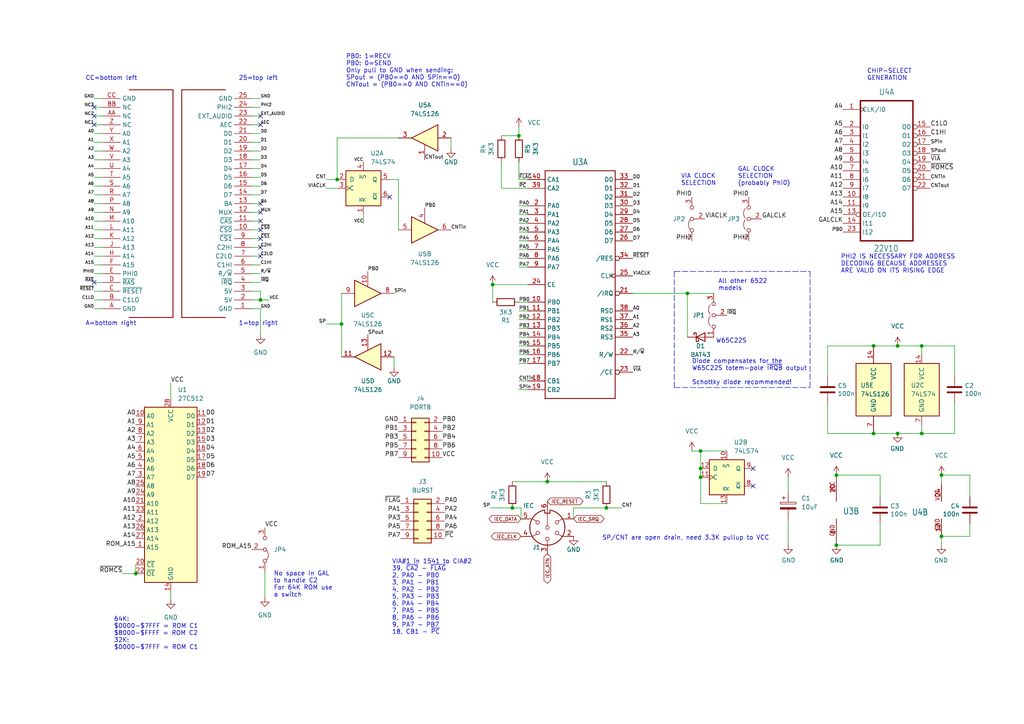
<source format=kicad_sch>
(kicad_sch (version 20211123) (generator eeschema)
  (paper "A4")
  (title_block (title "BurstCart+4") (date "2025-05-05") (rev "1.1") (company "YTM Enterprises") (comment 1 "Maciej Witkowiak <ytm@elysium.pl>"))
  (lib_symbols
    (symbol "74xx:74LS126" (pin_names (offset 1.016))
      (property "Reference" "U" (at 0 1.27 0))
      (property "Value" "74LS126" (at 0 -1.27 0))
      (symbol "74LS126_1_0"
        (pin input line (at 0 -6.35 90) (length 4.445) (name "~") (number "1"))
        (pin input line (at -7.62 0 0) (length 3.81) (name "~") (number "2"))
        (pin tri_state line (at 7.62 0 180) (length 3.81) (name "~") (number "3"))
      )
      (symbol "74LS126_2_0"
        (pin input line (at 0 -6.35 90) (length 4.445) (name "~") (number "4"))
        (pin input line (at -7.62 0 0) (length 3.81) (name "~") (number "5"))
        (pin tri_state line (at 7.62 0 180) (length 3.81) (name "~") (number "6"))
      )
      (symbol "74LS126_3_0"
        (pin input line (at 0 -6.35 90) (length 4.445) (name "~") (number "10"))
        (pin tri_state line (at 7.62 0 180) (length 3.81) (name "~") (number "8"))
        (pin input line (at -7.62 0 0) (length 3.81) (name "~") (number "9"))
      )
      (symbol "74LS126_4_0"
        (pin tri_state line (at 7.62 0 180) (length 3.81) (name "~") (number "11"))
        (pin input line (at -7.62 0 0) (length 3.81) (name "~") (number "12"))
        (pin input line (at 0 -6.35 90) (length 4.445) (name "~") (number "13"))
      )
      (symbol "74LS126_5_0"
        (pin power_in line (at 0 12.7 270) (length 5.08) (name "VCC") (number "14"))
        (pin power_in line (at 0 -12.7 90) (length 5.08) (name "GND") (number "7"))
      )
    )
    (symbol "74xx:74LS74" (pin_names (offset 1.016))
      (property "Reference" "U" (at -7.62 8.89 0))
      (property "Value" "74LS74" (at -7.62 -8.89 0))
      (symbol "74LS74_1_0"
        (pin input line (at 0 -7.62 90) (length 2.54) (name "~{R}") (number "1"))
        (pin input line (at -7.62 2.54 0) (length 2.54) (name "D") (number "2"))
        (pin input clock (at -7.62 0 0) (length 2.54) (name "C") (number "3"))
        (pin input line (at 0 7.62 270) (length 2.54) (name "~{S}") (number "4"))
        (pin output line (at 7.62 2.54 180) (length 2.54) (name "Q") (number "5"))
        (pin output line (at 7.62 -2.54 180) (length 2.54) (name "~{Q}") (number "6"))
      )
      (symbol "74LS74_2_0"
        (pin input line (at 0 7.62 270) (length 2.54) (name "~{S}") (number "10"))
        (pin input clock (at -7.62 0 0) (length 2.54) (name "C") (number "11"))
        (pin input line (at -7.62 2.54 0) (length 2.54) (name "D") (number "12"))
        (pin input line (at 0 -7.62 90) (length 2.54) (name "~{R}") (number "13"))
        (pin output line (at 7.62 -2.54 180) (length 2.54) (name "~{Q}") (number "8"))
        (pin output line (at 7.62 2.54 180) (length 2.54) (name "Q") (number "9"))
      )
      (symbol "74LS74_3_0"
        (pin power_in line (at 0 10.16 270) (length 2.54) (name "VCC") (number "14"))
        (pin power_in line (at 0 -10.16 90) (length 2.54) (name "GND") (number "7"))
      )
    )
    (symbol "Connector:DIN-6" (pin_names (offset 1.016))
      (property "Reference" "J" (at 3.175 5.715 0))
      (property "Value" "DIN-6" (at 4.445 -4.445 0))
      (symbol "DIN-6_1_1"
        (pin passive line (at -7.62 -2.54 0) (length 2.54) (name "~") (number "1"))
        (pin passive line (at -7.62 2.54 0) (length 2.54) (name "~") (number "2"))
        (pin passive line (at 0 7.62 270) (length 2.54) (name "~") (number "3"))
        (pin passive line (at 7.62 2.54 180) (length 2.54) (name "~") (number "4"))
        (pin passive line (at 7.62 -2.54 180) (length 2.54) (name "~") (number "5"))
        (pin passive line (at 0 -7.62 90) (length 2.54) (name "~") (number "6"))
      )
    )
    (symbol "Connector_Generic:Conn_02x05_Odd_Even" (pin_names (offset 1.016) hide)
      (property "Reference" "J" (at 1.27 7.62 0))
      (property "Value" "Conn_02x05_Odd_Even" (at 1.27 -7.62 0))
      (symbol "Conn_02x05_Odd_Even_1_1"
        (pin passive line (at -5.08 5.08 0) (length 3.81) (name "Pin_1") (number "1"))
        (pin passive line (at 7.62 -5.08 180) (length 3.81) (name "Pin_10") (number "10"))
        (pin passive line (at 7.62 5.08 180) (length 3.81) (name "Pin_2") (number "2"))
        (pin passive line (at -5.08 2.54 0) (length 3.81) (name "Pin_3") (number "3"))
        (pin passive line (at 7.62 2.54 180) (length 3.81) (name "Pin_4") (number "4"))
        (pin passive line (at -5.08 0 0) (length 3.81) (name "Pin_5") (number "5"))
        (pin passive line (at 7.62 0 180) (length 3.81) (name "Pin_6") (number "6"))
        (pin passive line (at -5.08 -2.54 0) (length 3.81) (name "Pin_7") (number "7"))
        (pin passive line (at 7.62 -2.54 180) (length 3.81) (name "Pin_8") (number "8"))
        (pin passive line (at -5.08 -5.08 0) (length 3.81) (name "Pin_9") (number "9"))
      )
    )
    (symbol "Device:C" (pin_numbers hide) (pin_names (offset 0.254))
      (property "Reference" "C" (at 0.635 2.54 0))
      (property "Value" "C" (at 0.635 -2.54 0))
      (symbol "C_1_1"
        (pin passive line (at 0 3.81 270) (length 2.794) (name "~") (number "1"))
        (pin passive line (at 0 -3.81 90) (length 2.794) (name "~") (number "2"))
      )
    )
    (symbol "Device:C_Polarized" (pin_numbers hide) (pin_names (offset 0.254))
      (property "Reference" "C" (at 0.635 2.54 0))
      (property "Value" "C_Polarized" (at 0.635 -2.54 0))
      (symbol "C_Polarized_1_1"
        (pin passive line (at 0 3.81 270) (length 2.794) (name "~") (number "1"))
        (pin passive line (at 0 -3.81 90) (length 2.794) (name "~") (number "2"))
      )
    )
    (symbol "Device:R" (pin_numbers hide) (pin_names (offset 0))
      (property "Reference" "R" (at 2.032 0 90))
      (property "Value" "R" (at 0 0 90))
      (symbol "R_1_1"
        (pin passive line (at 0 3.81 270) (length 1.27) (name "~") (number "1"))
        (pin passive line (at 0 -3.81 90) (length 1.27) (name "~") (number "2"))
      )
    )
    (symbol "Diode:BAT43" (pin_numbers hide) (pin_names (offset 1.016) hide)
      (property "Reference" "D" (at 0 2.54 0))
      (property "Value" "BAT43" (at 0 -2.54 0))
      (symbol "BAT43_1_1"
        (pin passive line (at -3.81 0 0) (length 2.54) (name "K") (number "1"))
        (pin passive line (at 3.81 0 180) (length 2.54) (name "A") (number "2"))
      )
    )
    (symbol "Jumper:Jumper_3_Bridged12" (pin_names (offset 0) hide)
      (property "Reference" "JP" (at -2.54 -2.54 0))
      (property "Value" "Jumper_3_Bridged12" (at 0 2.794 0))
      (symbol "Jumper_3_Bridged12_1_1"
        (pin passive line (at -6.35 0 0) (length 2.54) (name "A") (number "1"))
        (pin passive line (at 0 -3.81 90) (length 2.54) (name "C") (number "2"))
        (pin passive line (at 6.35 0 180) (length 2.54) (name "B") (number "3"))
      )
    )
    (symbol "Jumper:Jumper_3_Open" (pin_names (offset 0) hide)
      (property "Reference" "JP" (at -2.54 -2.54 0))
      (property "Value" "Jumper_3_Open" (at 0 2.794 0))
      (symbol "Jumper_3_Open_1_1"
        (pin passive line (at -6.35 0 0) (length 2.54) (name "A") (number "1"))
        (pin passive line (at 0 -3.81 90) (length 2.54) (name "C") (number "2"))
        (pin passive line (at 6.35 0 180) (length 2.54) (name "B") (number "3"))
      )
    )
    (symbol "Memory_EPROM:27C512"
      (property "Reference" "U" (at -7.62 26.67 0))
      (property "Value" "27C512" (at 2.54 -26.67 0))
      (symbol "27C512_1_1"
        (pin input line (at -10.16 -15.24 0) (length 2.54) (name "A15") (number "1"))
        (pin input line (at -10.16 22.86 0) (length 2.54) (name "A0") (number "10"))
        (pin tri_state line (at 10.16 22.86 180) (length 2.54) (name "D0") (number "11"))
        (pin tri_state line (at 10.16 20.32 180) (length 2.54) (name "D1") (number "12"))
        (pin tri_state line (at 10.16 17.78 180) (length 2.54) (name "D2") (number "13"))
        (pin power_in line (at 0 -27.94 90) (length 2.54) (name "GND") (number "14"))
        (pin tri_state line (at 10.16 15.24 180) (length 2.54) (name "D3") (number "15"))
        (pin tri_state line (at 10.16 12.7 180) (length 2.54) (name "D4") (number "16"))
        (pin tri_state line (at 10.16 10.16 180) (length 2.54) (name "D5") (number "17"))
        (pin tri_state line (at 10.16 7.62 180) (length 2.54) (name "D6") (number "18"))
        (pin tri_state line (at 10.16 5.08 180) (length 2.54) (name "D7") (number "19"))
        (pin input line (at -10.16 -7.62 0) (length 2.54) (name "A12") (number "2"))
        (pin input line (at -10.16 -20.32 0) (length 2.54) (name "~{CE}") (number "20"))
        (pin input line (at -10.16 -2.54 0) (length 2.54) (name "A10") (number "21"))
        (pin input line (at -10.16 -22.86 0) (length 2.54) (name "~{OE}") (number "22"))
        (pin input line (at -10.16 -5.08 0) (length 2.54) (name "A11") (number "23"))
        (pin input line (at -10.16 0 0) (length 2.54) (name "A9") (number "24"))
        (pin input line (at -10.16 2.54 0) (length 2.54) (name "A8") (number "25"))
        (pin input line (at -10.16 -10.16 0) (length 2.54) (name "A13") (number "26"))
        (pin input line (at -10.16 -12.7 0) (length 2.54) (name "A14") (number "27"))
        (pin power_in line (at 0 27.94 270) (length 2.54) (name "VCC") (number "28"))
        (pin input line (at -10.16 5.08 0) (length 2.54) (name "A7") (number "3"))
        (pin input line (at -10.16 7.62 0) (length 2.54) (name "A6") (number "4"))
        (pin input line (at -10.16 10.16 0) (length 2.54) (name "A5") (number "5"))
        (pin input line (at -10.16 12.7 0) (length 2.54) (name "A4") (number "6"))
        (pin input line (at -10.16 15.24 0) (length 2.54) (name "A3") (number "7"))
        (pin input line (at -10.16 17.78 0) (length 2.54) (name "A2") (number "8"))
        (pin input line (at -10.16 20.32 0) (length 2.54) (name "A1") (number "9"))
      )
    )
    (symbol "burstcart:20V8"
      (property "Reference" "IC" (at -0.635 -0.635 0))
      (symbol "20V8_1_0"
        (pin input clock (at -12.7 17.78 0) (length 5.08) (name "CLK/I0") (number "1"))
        (pin input line (at -12.7 -7.62 0) (length 5.08) (name "I8") (number "10"))
        (pin input line (at -12.7 -10.16 0) (length 5.08) (name "I9") (number "11"))
        (pin input inverted (at -12.7 -12.7 0) (length 5.08) (name "OE/I10") (number "13"))
        (pin input line (at -12.7 -15.24 0) (length 5.08) (name "I11") (number "14"))
        (pin bidirectional inverted (at 12.7 12.7 180) (length 5.08) (name "O0") (number "15"))
        (pin bidirectional inverted (at 12.7 10.16 180) (length 5.08) (name "O1") (number "16"))
        (pin bidirectional inverted (at 12.7 7.62 180) (length 5.08) (name "O2") (number "17"))
        (pin bidirectional inverted (at 12.7 5.08 180) (length 5.08) (name "O3") (number "18"))
        (pin bidirectional inverted (at 12.7 2.54 180) (length 5.08) (name "O4") (number "19"))
        (pin input line (at -12.7 12.7 0) (length 5.08) (name "I0") (number "2"))
        (pin bidirectional inverted (at 12.7 0 180) (length 5.08) (name "O5") (number "20"))
        (pin bidirectional inverted (at 12.7 -2.54 180) (length 5.08) (name "O6") (number "21"))
        (pin bidirectional inverted (at 12.7 -5.08 180) (length 5.08) (name "O7") (number "22"))
        (pin input line (at -12.7 -17.78 0) (length 5.08) (name "I12") (number "23"))
        (pin input line (at -12.7 10.16 0) (length 5.08) (name "I1") (number "3"))
        (pin input line (at -12.7 7.62 0) (length 5.08) (name "I2") (number "4"))
        (pin input line (at -12.7 5.08 0) (length 5.08) (name "I3") (number "5"))
        (pin input line (at -12.7 2.54 0) (length 5.08) (name "I4") (number "6"))
        (pin input line (at -12.7 0 0) (length 5.08) (name "I5") (number "7"))
        (pin input line (at -12.7 -2.54 0) (length 5.08) (name "I6") (number "8"))
        (pin input line (at -12.7 -5.08 0) (length 5.08) (name "I7") (number "9"))
      )
      (symbol "20V8_2_0"
        (text "GND" (at 1.905 -5.842 900) (effects (font (size 1.27 1.0795)) (justify left bottom)))
        (text "VCC" (at 1.905 2.667 900) (effects (font (size 1.27 1.0795)) (justify left bottom)))
        (pin power_in line (at 0 -7.62 90) (length 5.08) (name "GND") (number "12"))
        (pin power_in line (at 0 7.62 270) (length 5.08) (name "VCC") (number "24"))
      )
    )
    (symbol "burstcart:6522"
      (property "Reference" "IC" (at -0.635 -0.635 0))
      (symbol "6522_1_0"
        (pin bidirectional line (at 15.24 -5.08 180) (length 5.08) (name "PB0") (number "10"))
        (pin bidirectional line (at 15.24 -7.62 180) (length 5.08) (name "PB1") (number "11"))
        (pin bidirectional line (at 15.24 -10.16 180) (length 5.08) (name "PB2") (number "12"))
        (pin bidirectional line (at 15.24 -12.7 180) (length 5.08) (name "PB3") (number "13"))
        (pin bidirectional line (at 15.24 -15.24 180) (length 5.08) (name "PB4") (number "14"))
        (pin bidirectional line (at 15.24 -17.78 180) (length 5.08) (name "PB5") (number "15"))
        (pin bidirectional line (at 15.24 -20.32 180) (length 5.08) (name "PB6") (number "16"))
        (pin bidirectional line (at 15.24 -22.86 180) (length 5.08) (name "PB7") (number "17"))
        (pin bidirectional line (at 15.24 -27.94 180) (length 5.08) (name "CB1") (number "18"))
        (pin bidirectional line (at 15.24 -30.48 180) (length 5.08) (name "CB2") (number "19"))
        (pin bidirectional line (at 15.24 22.86 180) (length 5.08) (name "PA0") (number "2"))
        (pin open_collector inverted (at -15.24 -2.54 0) (length 5.08) (name "/IRQ") (number "21"))
        (pin input line (at -15.24 -20.32 0) (length 5.08) (name "R/W") (number "22"))
        (pin input inverted (at -15.24 -25.4 0) (length 5.08) (name "/CE") (number "23"))
        (pin input line (at 15.24 0 180) (length 5.08) (name "CE") (number "24"))
        (pin input clock (at -15.24 2.54 0) (length 5.08) (name "CLK") (number "25"))
        (pin bidirectional line (at -15.24 12.7 0) (length 5.08) (name "D7") (number "26"))
        (pin bidirectional line (at -15.24 15.24 0) (length 5.08) (name "D6") (number "27"))
        (pin bidirectional line (at -15.24 17.78 0) (length 5.08) (name "D5") (number "28"))
        (pin bidirectional line (at -15.24 20.32 0) (length 5.08) (name "D4") (number "29"))
        (pin bidirectional line (at 15.24 20.32 180) (length 5.08) (name "PA1") (number "3"))
        (pin bidirectional line (at -15.24 22.86 0) (length 5.08) (name "D3") (number "30"))
        (pin bidirectional line (at -15.24 25.4 0) (length 5.08) (name "D2") (number "31"))
        (pin bidirectional line (at -15.24 27.94 0) (length 5.08) (name "D1") (number "32"))
        (pin bidirectional line (at -15.24 30.48 0) (length 5.08) (name "D0") (number "33"))
        (pin input inverted (at -15.24 7.62 0) (length 5.08) (name "/RES") (number "34"))
        (pin input line (at -15.24 -15.24 0) (length 5.08) (name "RS3") (number "35"))
        (pin input line (at -15.24 -12.7 0) (length 5.08) (name "RS2") (number "36"))
        (pin input line (at -15.24 -10.16 0) (length 5.08) (name "RS1") (number "37"))
        (pin input line (at -15.24 -7.62 0) (length 5.08) (name "RS0") (number "38"))
        (pin bidirectional line (at 15.24 27.94 180) (length 5.08) (name "CA2") (number "39"))
        (pin bidirectional line (at 15.24 17.78 180) (length 5.08) (name "PA2") (number "4"))
        (pin bidirectional line (at 15.24 30.48 180) (length 5.08) (name "CA1") (number "40"))
        (pin bidirectional line (at 15.24 15.24 180) (length 5.08) (name "PA3") (number "5"))
        (pin bidirectional line (at 15.24 12.7 180) (length 5.08) (name "PA4") (number "6"))
        (pin bidirectional line (at 15.24 10.16 180) (length 5.08) (name "PA5") (number "7"))
        (pin bidirectional line (at 15.24 7.62 180) (length 5.08) (name "PA6") (number "8"))
        (pin bidirectional line (at 15.24 5.08 180) (length 5.08) (name "PA7") (number "9"))
      )
      (symbol "6522_2_0"
        (text "GND" (at 1.905 -7.62 900) (effects (font (size 1.27 1.0795)) (justify left bottom)))
        (text "VCC" (at 1.905 5.08 900) (effects (font (size 1.27 1.0795)) (justify left bottom)))
        (pin power_in line (at 0 -10.16 90) (length 7.62) (name "GND") (number "1"))
        (pin power_in line (at 0 10.16 270) (length 7.62) (name "VCC") (number "20"))
      )
    )
    (symbol "burstcart:C16_CARTRIDGE"
      (symbol "C16_CARTRIDGE_1_0"
        (pin power_out line (at -7.62 -33.02 180) (length 5.08) (name "GND") (number "1"))
        (pin output line (at -7.62 -10.16 180) (length 5.08) (name "~{CS0}") (number "10"))
        (pin output line (at -7.62 -7.62 180) (length 5.08) (name "~{CAS}") (number "11"))
        (pin bidirectional line (at -7.62 -5.08 180) (length 5.08) (name "MUX") (number "12"))
        (pin bidirectional line (at -7.62 -2.54 180) (length 5.08) (name "BA") (number "13"))
        (pin bidirectional line (at -7.62 0 180) (length 5.08) (name "D7") (number "14"))
        (pin bidirectional line (at -7.62 2.54 180) (length 5.08) (name "D6") (number "15"))
        (pin bidirectional line (at -7.62 5.08 180) (length 5.08) (name "D5") (number "16"))
        (pin bidirectional line (at -7.62 7.62 180) (length 5.08) (name "D4") (number "17"))
        (pin bidirectional line (at -7.62 10.16 180) (length 5.08) (name "D3") (number "18"))
        (pin bidirectional line (at -7.62 12.7 180) (length 5.08) (name "D2") (number "19"))
        (pin power_out line (at -7.62 -30.48 180) (length 5.08) (name "5V") (number "2"))
        (pin bidirectional line (at -7.62 15.24 180) (length 5.08) (name "D1") (number "20"))
        (pin bidirectional line (at -7.62 17.78 180) (length 5.08) (name "D0") (number "21"))
        (pin bidirectional line (at -7.62 20.32 180) (length 5.08) (name "AEC") (number "22"))
        (pin input line (at -7.62 22.86 180) (length 5.08) (name "EXT_AUDIO") (number "23"))
        (pin output line (at -7.62 25.4 180) (length 5.08) (name "PHI2") (number "24"))
        (pin power_out line (at -7.62 27.94 180) (length 5.08) (name "GND") (number "25"))
        (pin power_out line (at -7.62 -27.94 180) (length 5.08) (name "5V") (number "3"))
        (pin input line (at -7.62 -25.4 180) (length 5.08) (name "~{IRQ}") (number "4"))
        (pin output line (at -7.62 -22.86 180) (length 5.08) (name "R/~{W}") (number "5"))
        (pin bidirectional line (at -7.62 -20.32 180) (length 5.08) (name "C1HI") (number "6"))
        (pin bidirectional line (at -7.62 -17.78 180) (length 5.08) (name "C2LO") (number "7"))
        (pin bidirectional line (at -7.62 -15.24 180) (length 5.08) (name "C2HI") (number "8"))
        (pin output line (at -7.62 -12.7 180) (length 5.08) (name "~{CS1}") (number "9"))
        (pin power_out line (at -50.8 -33.02 0) (length 5.08) (name "GND") (number "A"))
        (pin passive line (at -50.8 22.86 0) (length 5.08) (name "NC") (number "AA"))
        (pin bidirectional line (at -50.8 -30.48 0) (length 5.08) (name "C1LO") (number "B"))
        (pin passive line (at -50.8 25.4 0) (length 5.08) (name "NC") (number "BB"))
        (pin bidirectional line (at -50.8 -27.94 0) (length 5.08) (name "~{RESET}") (number "C"))
        (pin power_out line (at -50.8 27.94 0) (length 5.08) (name "GND") (number "CC"))
        (pin output line (at -50.8 -25.4 0) (length 5.08) (name "~{RAS}") (number "D"))
        (pin output line (at -50.8 -22.86 0) (length 5.08) (name "PHI0") (number "E"))
        (pin output line (at -50.8 -20.32 0) (length 5.08) (name "A15") (number "F"))
        (pin output line (at -50.8 -17.78 0) (length 5.08) (name "A14") (number "H"))
        (pin output line (at -50.8 -15.24 0) (length 5.08) (name "A13") (number "J"))
        (pin output line (at -50.8 -12.7 0) (length 5.08) (name "A12") (number "K"))
        (pin output line (at -50.8 -10.16 0) (length 5.08) (name "A11") (number "L"))
        (pin output line (at -50.8 -7.62 0) (length 5.08) (name "A10") (number "M"))
        (pin output line (at -50.8 -5.08 0) (length 5.08) (name "A9") (number "N"))
        (pin output line (at -50.8 -2.54 0) (length 5.08) (name "A8") (number "P"))
        (pin output line (at -50.8 0 0) (length 5.08) (name "A7") (number "R"))
        (pin output line (at -50.8 2.54 0) (length 5.08) (name "A6") (number "S"))
        (pin output line (at -50.8 5.08 0) (length 5.08) (name "A5") (number "T"))
        (pin output line (at -50.8 7.62 0) (length 5.08) (name "A4") (number "U"))
        (pin output line (at -50.8 10.16 0) (length 5.08) (name "A3") (number "V"))
        (pin output line (at -50.8 12.7 0) (length 5.08) (name "A2") (number "W"))
        (pin output line (at -50.8 15.24 0) (length 5.08) (name "A1") (number "X"))
        (pin output line (at -50.8 17.78 0) (length 5.08) (name "A0") (number "Y"))
        (pin passive line (at -50.8 20.32 0) (length 5.08) (name "NC") (number "Z"))
      )
    )
    (symbol "power:GND" (power) (pin_names (offset 0))
      (property "Value" "GND" (at 0 -3.81 0))
      (symbol "GND_1_1"
        (pin power_in line (at 0 0 270) (length 0) hide (name "GND") (number "1"))
      )
    )
    (symbol "power:VCC" (power) (pin_names (offset 0))
      (property "Value" "VCC" (at 0 3.81 0))
      (symbol "VCC_1_1"
        (pin power_in line (at 0 0 90) (length 0) hide (name "VCC") (number "1"))
      )
    )
  )
  (junction (at 273.05 155.575))
  (junction (at 253.365 100.33))
  (junction (at 39.37 166.37))
  (junction (at 267.335 100.33))
  (junction (at 175.895 147.32))
  (junction (at 253.365 125.73))
  (junction (at 199.39 85.09))
  (junction (at 148.59 147.32))
  (junction (at 75.565 86.995))
  (junction (at 242.57 158.115))
  (junction (at 260.35 100.33))
  (junction (at 142.875 82.55))
  (junction (at 97.79 52.07))
  (junction (at 203.2 135.89))
  (junction (at 273.05 137.795))
  (junction (at 99.06 93.98))
  (junction (at 267.335 125.73))
  (junction (at 158.75 139.7))
  (junction (at 150.495 39.37))
  (junction (at 203.2 130.81))
  (junction (at 203.2 138.43))
  (junction (at 260.35 125.73))
  (junction (at 242.57 137.795))
  (no_connect (at 75.565 71.755))
  (no_connect (at 75.565 74.295))
  (no_connect (at 27.305 33.655))
  (no_connect (at 75.565 64.135))
  (no_connect (at 218.44 140.97))
  (no_connect (at 218.44 135.89))
  (no_connect (at 75.565 36.195))
  (no_connect (at 75.565 61.595))
  (no_connect (at 75.565 66.675))
  (no_connect (at 27.305 31.115))
  (no_connect (at 27.305 81.915))
  (no_connect (at 75.565 33.655))
  (no_connect (at 75.565 59.055))
  (no_connect (at 27.305 36.195))
  (no_connect (at 113.03 57.15))
  (no_connect (at 75.565 69.215))
  (wire (pts (xy 130.81 40.005) (xy 130.81 43.18)))
  (wire (pts (xy 73.025 66.675) (xy 75.565 66.675)))
  (wire (pts (xy 29.845 69.215) (xy 27.305 69.215)))
  (wire (pts (xy 29.845 51.435) (xy 27.305 51.435)))
  (wire (pts (xy 240.03 116.84) (xy 240.03 125.73)))
  (wire (pts (xy 73.025 74.295) (xy 75.565 74.295)))
  (wire (pts (xy 153.035 95.25) (xy 150.495 95.25)))
  (wire (pts (xy 260.35 125.73) (xy 267.335 125.73)))
  (wire (pts (xy 29.845 71.755) (xy 27.305 71.755)))
  (wire (pts (xy 73.025 53.975) (xy 75.565 53.975)))
  (wire (pts (xy 153.035 100.33) (xy 150.495 100.33)))
  (wire (pts (xy 153.035 92.71) (xy 150.495 92.71)))
  (wire (pts (xy 153.035 52.07) (xy 150.495 52.07)))
  (wire (pts (xy 29.845 59.055) (xy 27.305 59.055)))
  (wire (pts (xy 228.6 150.495) (xy 228.6 158.115)))
  (wire (pts (xy 29.845 74.295) (xy 27.305 74.295)))
  (wire (pts (xy 166.37 147.32) (xy 166.37 150.495)))
  (wire (pts (xy 115.57 52.07) (xy 115.57 66.675)))
  (wire (pts (xy 255.27 137.795) (xy 242.57 137.795)))
  (wire (pts (xy 29.845 38.735) (xy 27.305 38.735)))
  (wire (pts (xy 97.79 40.005) (xy 97.79 52.07)))
  (wire (pts (xy 94.615 52.07) (xy 97.79 52.07)))
  (wire (pts (xy 153.035 77.47) (xy 150.495 77.47)))
  (wire (pts (xy 73.025 31.115) (xy 75.565 31.115)))
  (wire (pts (xy 281.305 144.145) (xy 281.305 137.795)))
  (wire (pts (xy 29.845 89.535) (xy 27.305 89.535)))
  (wire (pts (xy 29.845 46.355) (xy 27.305 46.355)))
  (wire (pts (xy 183.515 85.09) (xy 199.39 85.09)))
  (wire (pts (xy 73.025 76.835) (xy 75.565 76.835)))
  (wire (pts (xy 73.025 43.815) (xy 75.565 43.815)))
  (wire (pts (xy 255.27 158.115) (xy 242.57 158.115)))
  (wire (pts (xy 153.035 110.49) (xy 150.495 110.49)))
  (wire (pts (xy 76.835 165.735) (xy 76.835 173.355)))
  (wire (pts (xy 281.305 155.575) (xy 273.05 155.575)))
  (wire (pts (xy 203.2 130.81) (xy 210.82 130.81)))
  (wire (pts (xy 29.845 53.975) (xy 27.305 53.975)))
  (wire (pts (xy 27.305 33.655) (xy 29.845 33.655)))
  (wire (pts (xy 240.03 100.33) (xy 253.365 100.33)))
  (wire (pts (xy 267.335 102.87) (xy 267.335 100.33)))
  (wire (pts (xy 27.305 31.115) (xy 29.845 31.115)))
  (wire (pts (xy 29.845 84.455) (xy 27.305 84.455)))
  (wire (pts (xy 29.845 48.895) (xy 27.305 48.895)))
  (wire (pts (xy 153.035 105.41) (xy 150.495 105.41)))
  (wire (pts (xy 73.025 48.895) (xy 75.565 48.895)))
  (wire (pts (xy 49.53 171.45) (xy 49.53 173.99)))
  (wire (pts (xy 94.615 93.98) (xy 99.06 93.98)))
  (wire (pts (xy 150.495 39.37) (xy 145.415 39.37)))
  (wire (pts (xy 199.39 85.09) (xy 207.01 85.09)))
  (wire (pts (xy 99.06 93.98) (xy 99.06 103.505)))
  (polyline (pts (xy 195.58 78.74) (xy 234.95 78.74)))
  (wire (pts (xy 166.37 147.32) (xy 175.895 147.32)))
  (wire (pts (xy 281.305 137.795) (xy 273.05 137.795)))
  (wire (pts (xy 73.025 56.515) (xy 75.565 56.515)))
  (wire (pts (xy 150.495 36.83) (xy 150.495 39.37)))
  (polyline (pts (xy 195.58 112.395) (xy 234.95 112.395)))
  (wire (pts (xy 29.845 28.575) (xy 27.305 28.575)))
  (wire (pts (xy 73.025 84.455) (xy 75.565 84.455)))
  (wire (pts (xy 153.035 90.17) (xy 150.495 90.17)))
  (wire (pts (xy 267.335 100.33) (xy 276.86 100.33)))
  (wire (pts (xy 113.03 52.07) (xy 115.57 52.07)))
  (wire (pts (xy 27.305 81.915) (xy 29.845 81.915)))
  (wire (pts (xy 115.57 40.005) (xy 97.79 40.005)))
  (wire (pts (xy 148.59 139.7) (xy 158.75 139.7)))
  (wire (pts (xy 153.035 102.87) (xy 150.495 102.87)))
  (wire (pts (xy 153.035 59.69) (xy 150.495 59.69)))
  (wire (pts (xy 255.27 151.765) (xy 255.27 158.115)))
  (wire (pts (xy 75.565 86.995) (xy 78.105 86.995)))
  (wire (pts (xy 228.6 138.43) (xy 228.6 142.875)))
  (wire (pts (xy 203.2 146.05) (xy 210.82 146.05)))
  (wire (pts (xy 253.365 125.73) (xy 260.35 125.73)))
  (wire (pts (xy 29.845 61.595) (xy 27.305 61.595)))
  (wire (pts (xy 73.025 59.055) (xy 75.565 59.055)))
  (wire (pts (xy 73.025 79.375) (xy 75.565 79.375)))
  (wire (pts (xy 73.025 81.915) (xy 75.565 81.915)))
  (wire (pts (xy 39.37 163.83) (xy 39.37 166.37)))
  (wire (pts (xy 94.615 54.61) (xy 97.79 54.61)))
  (wire (pts (xy 29.845 64.135) (xy 27.305 64.135)))
  (wire (pts (xy 145.415 54.61) (xy 145.415 46.99)))
  (wire (pts (xy 142.24 147.32) (xy 148.59 147.32)))
  (wire (pts (xy 73.025 51.435) (xy 75.565 51.435)))
  (wire (pts (xy 153.035 67.31) (xy 150.495 67.31)))
  (wire (pts (xy 153.035 72.39) (xy 150.495 72.39)))
  (wire (pts (xy 260.35 100.33) (xy 253.365 100.33)))
  (wire (pts (xy 199.39 97.79) (xy 199.39 85.09)))
  (wire (pts (xy 153.035 64.77) (xy 150.495 64.77)))
  (wire (pts (xy 73.025 89.535) (xy 75.565 89.535)))
  (wire (pts (xy 276.86 125.73) (xy 267.335 125.73)))
  (wire (pts (xy 142.875 82.55) (xy 153.035 82.55)))
  (wire (pts (xy 158.75 139.7) (xy 175.895 139.7)))
  (wire (pts (xy 153.035 74.93) (xy 150.495 74.93)))
  (wire (pts (xy 27.305 36.195) (xy 29.845 36.195)))
  (wire (pts (xy 240.03 125.73) (xy 253.365 125.73)))
  (wire (pts (xy 35.56 166.37) (xy 39.37 166.37)))
  (wire (pts (xy 153.035 97.79) (xy 150.495 97.79)))
  (wire (pts (xy 267.335 100.33) (xy 260.35 100.33)))
  (wire (pts (xy 73.025 36.195) (xy 75.565 36.195)))
  (wire (pts (xy 29.845 41.275) (xy 27.305 41.275)))
  (wire (pts (xy 200.66 130.81) (xy 203.2 130.81)))
  (wire (pts (xy 49.53 111.125) (xy 49.53 115.57)))
  (wire (pts (xy 151.13 147.32) (xy 151.13 150.495)))
  (wire (pts (xy 29.845 56.515) (xy 27.305 56.515)))
  (wire (pts (xy 276.86 116.84) (xy 276.86 125.73)))
  (wire (pts (xy 73.025 69.215) (xy 75.565 69.215)))
  (wire (pts (xy 73.025 41.275) (xy 75.565 41.275)))
  (wire (pts (xy 73.025 38.735) (xy 75.565 38.735)))
  (wire (pts (xy 73.025 33.655) (xy 75.565 33.655)))
  (wire (pts (xy 29.845 43.815) (xy 27.305 43.815)))
  (wire (pts (xy 73.025 71.755) (xy 75.565 71.755)))
  (wire (pts (xy 114.3 103.505) (xy 114.3 106.68)))
  (wire (pts (xy 73.025 61.595) (xy 75.565 61.595)))
  (wire (pts (xy 273.05 158.115) (xy 273.05 155.575)))
  (wire (pts (xy 73.025 86.995) (xy 75.565 86.995)))
  (wire (pts (xy 273.05 137.795) (xy 273.05 140.335)))
  (wire (pts (xy 105.41 62.23) (xy 105.41 64.77)))
  (wire (pts (xy 153.035 54.61) (xy 145.415 54.61)))
  (wire (pts (xy 27.305 86.995) (xy 29.845 86.995)))
  (wire (pts (xy 153.035 87.63) (xy 150.495 87.63)))
  (wire (pts (xy 27.305 79.375) (xy 29.845 79.375)))
  (wire (pts (xy 150.495 46.99) (xy 150.495 52.07)))
  (wire (pts (xy 75.565 89.535) (xy 75.565 97.155)))
  (wire (pts (xy 75.565 84.455) (xy 75.565 86.995)))
  (wire (pts (xy 267.335 125.73) (xy 267.335 123.19)))
  (wire (pts (xy 73.025 46.355) (xy 75.565 46.355)))
  (wire (pts (xy 153.035 113.03) (xy 150.495 113.03)))
  (wire (pts (xy 276.86 109.22) (xy 276.86 100.33)))
  (wire (pts (xy 29.845 66.675) (xy 27.305 66.675)))
  (polyline (pts (xy 234.95 112.395) (xy 234.95 78.74)))
  (wire (pts (xy 29.845 76.835) (xy 27.305 76.835)))
  (wire (pts (xy 153.035 69.85) (xy 150.495 69.85)))
  (wire (pts (xy 142.875 82.55) (xy 142.875 87.63)))
  (wire (pts (xy 203.2 130.81) (xy 203.2 135.89)))
  (wire (pts (xy 73.025 64.135) (xy 75.565 64.135)))
  (wire (pts (xy 203.2 135.89) (xy 203.2 138.43)))
  (wire (pts (xy 73.025 28.575) (xy 75.565 28.575)))
  (wire (pts (xy 255.27 144.145) (xy 255.27 137.795)))
  (wire (pts (xy 281.305 151.765) (xy 281.305 155.575)))
  (polyline (pts (xy 195.58 78.74) (xy 195.58 112.395)))
  (wire (pts (xy 203.2 138.43) (xy 203.2 146.05)))
  (wire (pts (xy 240.03 109.22) (xy 240.03 100.33)))
  (wire (pts (xy 153.035 62.23) (xy 150.495 62.23)))
  (wire (pts (xy 148.59 147.32) (xy 151.13 147.32)))
  (wire (pts (xy 175.895 147.32) (xy 180.34 147.32)))
  (wire (pts (xy 99.06 85.09) (xy 99.06 93.98)))
  (text "25=top left" (at 69.215 23.495 0) (effects (font (size 1.27 1.27)) (justify left bottom)))
  (text "Diode compensates for the\nW65C22S totem-pole ~{IRQB} output\n\nSchottky diode recommended!" (at 200.66 111.76 0) (effects (font (size 1.27 1.27)) (justify left bottom)))
  (text "VIA CLOCK\nSELECTION" (at 197.485 53.975 0) (effects (font (size 1.27 1.27)) (justify left bottom)))
  (text "W65C22S" (at 207.645 99.695 0) (effects (font (size 1.27 1.27)) (justify left bottom)))
  (text "A=bottom right" (at 24.765 94.615 0) (effects (font (size 1.27 1.27)) (justify left bottom)))
  (text "SP/CNT are open drain, need 3.3K pullup to VCC" (at 174.625 156.845 0) (effects (font (size 1.27 1.27)) (justify left bottom)))
  (text "VIA#1 in 1541 to CIA#2\n39, ~{CA2} - ~{FLAG}\n2, PA0 - PB0\n3, PA1 - PB1\n4, PA2 - PB2\n5, PA3 - PB3\n6, PA4 - PB4\n7, PA5 - PB5\n8, PA6 - PB6\n9, PA7 - PB7\n18, CB1 - ~{PC}\n" (at 113.665 184.15 0) (effects (font (size 1.27 1.27)) (justify left bottom)))
  (text "PB0: 1=RECV\nPB0: 0=SEND\nOnly pull to GND when sending:\nSPout = (PB0==0 AND SPin==0)\nCNTout = (PB0==0 AND CNTin==0)" (at 100.33 25.4 0) (effects (font (size 1.27 1.27)) (justify left bottom)))
  (text "GAL CLOCK\nSELECTION\n(probably Phi0)" (at 213.995 53.975 0) (effects (font (size 1.27 1.27)) (justify left bottom)))
  (text "CHIP-SELECT\nGENERATION" (at 251.46 23.495 0) (effects (font (size 1.27 1.27)) (justify left bottom)))
  (text "CC=bottom left" (at 24.765 23.495 0) (effects (font (size 1.27 1.27)) (justify left bottom)))
  (text "No space in GAL\nto handle C2\nFor 64K ROM use\na switch" (at 79.375 173.355 0) (effects (font (size 1.27 1.27)) (justify left bottom)))
  (text "All other 6522\nmodels" (at 208.28 84.455 0) (effects (font (size 1.27 1.27)) (justify left bottom)))
  (text "1=top right" (at 69.215 94.615 0) (effects (font (size 1.27 1.27)) (justify left bottom)))
  (text "PHI2 IS NECESSARY FOR ADDRESS\nDECODING BECAUSE ADDRESSES\nARE VALID ON ITS RISING EDGE" (at 243.84 79.375 0) (effects (font (size 1.27 1.27)) (justify left bottom)))
  (text "64K:\n$0000-$7FFF = ROM C1\n$8000-$FFFF = ROM C2\n32K:\n$0000-$7FFF = ROM C1\n" (at 33.02 188.595 0) (effects (font (size 1.27 1.27)) (justify left bottom)))
  (label "A3" (at 27.305 46.355 180) (effects (font (size 0.889 0.889))))
  (label "~{PC}" (at 128.905 156.21 0))
  (label "A13" (at 244.475 57.15 180))
  (label "C1LO" (at 27.305 86.995 180) (effects (font (size 0.889 0.889))))
  (label "PA2" (at 128.905 148.59 0))
  (label "C2LO" (at 75.565 74.295 0) (effects (font (size 0.889 0.889))))
  (label "GND" (at 115.57 122.555 180))
  (label "PA5" (at 150.495 72.39 0) (effects (font (size 1.016 1.016))))
  (label "SPin" (at 269.875 41.91 0) (effects (font (size 1.016 1.016))))
  (label "~{RESET}" (at 27.305 84.455 180) (effects (font (size 0.889 0.889))))
  (label "PB6" (at 150.495 102.87 0) (effects (font (size 1.016 1.016))))
  (label "A12" (at 244.475 54.61 180))
  (label "D3" (at 59.69 128.27 0))
  (label "VCC" (at 76.835 153.035 0))
  (label "A14" (at 244.475 59.69 180))
  (label "CNT" (at 94.615 52.07 180) (effects (font (size 1.016 1.016))))
  (label "VIACLK" (at 204.47 63.5 0))
  (label "A15" (at 244.475 62.23 180))
  (label "CNTin" (at 130.81 66.675 0) (effects (font (size 1.016 1.016))))
  (label "PA0" (at 128.905 146.05 0))
  (label "D1" (at 183.515 54.61 0) (effects (font (size 1.016 1.016))))
  (label "D2" (at 59.69 125.73 0))
  (label "PB3" (at 150.495 95.25 0) (effects (font (size 1.016 1.016))))
  (label "PHI0" (at 217.17 57.15 180))
  (label "VCC" (at 78.105 86.995 0) (effects (font (size 0.889 0.889))))
  (label "A14" (at 39.37 156.21 180))
  (label "PA2" (at 150.495 64.77 0) (effects (font (size 1.016 1.016))))
  (label "A7" (at 39.37 138.43 180))
  (label "PB2" (at 150.495 92.71 0) (effects (font (size 1.016 1.016))))
  (label "PB2" (at 128.27 125.095 0))
  (label "GALCLK" (at 244.475 64.77 180))
  (label "A10" (at 27.305 64.135 180) (effects (font (size 0.889 0.889))))
  (label "CNTout" (at 269.875 54.61 0) (effects (font (size 1.016 1.016))))
  (label "ROM_A15" (at 73.025 159.385 180))
  (label "PB0" (at 150.495 87.63 0) (effects (font (size 1.016 1.016))))
  (label "PB0" (at 128.27 122.555 0))
  (label "PA5" (at 116.205 153.67 180))
  (label "D5" (at 75.565 51.435 0) (effects (font (size 0.889 0.889))))
  (label "PB7" (at 150.495 105.41 0) (effects (font (size 1.016 1.016))))
  (label "PA0" (at 150.495 59.69 0) (effects (font (size 1.016 1.016))))
  (label "A4" (at 244.475 31.75 180))
  (label "D4" (at 59.69 130.81 0))
  (label "AEC" (at 75.565 36.195 0) (effects (font (size 0.889 0.889))))
  (label "C2HI" (at 75.565 71.755 0) (effects (font (size 0.889 0.889))))
  (label "A4" (at 39.37 130.81 180))
  (label "PB3" (at 115.57 127.635 180))
  (label "A2" (at 27.305 43.815 180) (effects (font (size 0.889 0.889))))
  (label "PB1" (at 115.57 125.095 180))
  (label "A7" (at 27.305 56.515 180) (effects (font (size 0.889 0.889))))
  (label "NC2" (at 27.305 33.655 180) (effects (font (size 0.889 0.889))))
  (label "~{FLAG}" (at 150.495 52.07 0) (effects (font (size 1.016 1.016))))
  (label "~{RAS}" (at 27.305 81.915 180) (effects (font (size 0.889 0.889))))
  (label "PHI2" (at 217.17 69.85 180))
  (label "A5" (at 39.37 133.35 180))
  (label "A9" (at 39.37 143.51 180))
  (label "~{VIA}" (at 269.875 46.99 0))
  (label "PB5" (at 115.57 130.175 180))
  (label "A3" (at 183.515 97.79 0) (effects (font (size 1.016 1.016))))
  (label "A13" (at 27.305 71.755 180) (effects (font (size 0.889 0.889))))
  (label "~{IRQ}" (at 210.82 91.44 0) (effects (font (size 1.016 1.016))))
  (label "~{PC}" (at 150.495 54.61 0) (effects (font (size 1.016 1.016))))
  (label "D3" (at 75.565 46.355 0) (effects (font (size 0.889 0.889))))
  (label "PA3" (at 116.205 151.13 180))
  (label "A12" (at 39.37 151.13 180))
  (label "C1HI" (at 75.565 76.835 0) (effects (font (size 0.889 0.889))))
  (label "D1" (at 59.69 123.19 0))
  (label "D7" (at 183.515 69.85 0) (effects (font (size 1.016 1.016))))
  (label "A7" (at 244.475 41.91 180))
  (label "C1HI" (at 269.875 39.37 0))
  (label "R{slash}~{W}" (at 183.515 102.87 0) (effects (font (size 1.016 1.016))))
  (label "NC3" (at 27.305 31.115 180) (effects (font (size 0.889 0.889))))
  (label "A14" (at 27.305 74.295 180) (effects (font (size 0.889 0.889))))
  (label "CNTout" (at 123.19 46.355 0) (effects (font (size 1.016 1.016))))
  (label "A6" (at 39.37 135.89 180))
  (label "PB4" (at 150.495 97.79 0) (effects (font (size 1.016 1.016))))
  (label "SPout" (at 106.68 97.155 0) (effects (font (size 1.016 1.016))))
  (label "A5" (at 244.475 36.83 180))
  (label "PHI2" (at 200.66 69.85 180))
  (label "D0" (at 75.565 38.735 0) (effects (font (size 0.889 0.889))))
  (label "A1" (at 183.515 92.71 0) (effects (font (size 1.016 1.016))))
  (label "D5" (at 183.515 64.77 0) (effects (font (size 1.016 1.016))))
  (label "PB7" (at 115.57 132.715 180))
  (label "PHI0" (at 200.66 57.15 180))
  (label "VCC" (at 128.27 132.715 0))
  (label "SPin" (at 150.495 113.03 0) (effects (font (size 1.016 1.016))))
  (label "D2" (at 183.515 57.15 0) (effects (font (size 1.016 1.016))))
  (label "GND" (at 75.565 89.535 0) (effects (font (size 0.889 0.889))))
  (label "SP" (at 142.24 147.32 180) (effects (font (size 1.016 1.016))))
  (label "~{CS0}" (at 75.565 66.675 0) (effects (font (size 0.889 0.889))))
  (label "D6" (at 183.515 67.31 0) (effects (font (size 1.016 1.016))))
  (label "A1" (at 27.305 41.275 180) (effects (font (size 0.889 0.889))))
  (label "R{slash}~{W}" (at 75.565 79.375 0) (effects (font (size 0.889 0.889))))
  (label "D1" (at 75.565 41.275 0) (effects (font (size 0.889 0.889))))
  (label "GALCLK" (at 220.98 63.5 0))
  (label "~{IRQ}" (at 75.565 81.915 0) (effects (font (size 0.889 0.889))))
  (label "A8" (at 27.305 59.055 180) (effects (font (size 0.889 0.889))))
  (label "VIACLK" (at 183.515 80.01 0) (effects (font (size 1.016 1.016))))
  (label "A0" (at 27.305 38.735 180) (effects (font (size 0.889 0.889))))
  (label "D2" (at 75.565 43.815 0) (effects (font (size 0.889 0.889))))
  (label "D0" (at 183.515 52.07 0) (effects (font (size 1.016 1.016))))
  (label "D0" (at 59.69 120.65 0))
  (label "D4" (at 183.515 62.23 0) (effects (font (size 1.016 1.016))))
  (label "~{VIA}" (at 183.515 107.95 0) (effects (font (size 1.016 1.016))))
  (label "PB0" (at 123.19 60.325 0) (effects (font (size 1.016 1.016))))
  (label "VCC" (at 49.53 111.125 0))
  (label "A1" (at 39.37 123.19 180))
  (label "~{FLAG}" (at 116.205 146.05 180))
  (label "A9" (at 27.305 61.595 180) (effects (font (size 0.889 0.889))))
  (label "A2" (at 183.515 95.25 0) (effects (font (size 1.016 1.016))))
  (label "GND" (at 75.565 28.575 0) (effects (font (size 0.889 0.889))))
  (label "~{RESET}" (at 183.515 74.93 0) (effects (font (size 1.016 1.016))))
  (label "PB4" (at 128.27 127.635 0))
  (label "D4" (at 75.565 48.895 0) (effects (font (size 0.889 0.889))))
  (label "A10" (at 244.475 49.53 180))
  (label "CNTin" (at 269.875 52.07 0) (effects (font (size 1.016 1.016))))
  (label "PA3" (at 150.495 67.31 0) (effects (font (size 1.016 1.016))))
  (label "D3" (at 183.515 59.69 0) (effects (font (size 1.016 1.016))))
  (label "A0" (at 39.37 120.65 180))
  (label "A15" (at 27.305 76.835 180) (effects (font (size 0.889 0.889))))
  (label "VCC" (at 105.41 46.99 180) (effects (font (size 0.889 0.889))))
  (label "~{ROMCS}" (at 269.875 49.53 0))
  (label "BA" (at 75.565 59.055 0) (effects (font (size 0.889 0.889))))
  (label "~{ROMCS}" (at 35.56 166.37 180))
  (label "A11" (at 27.305 66.675 180) (effects (font (size 0.889 0.889))))
  (label "CNTin" (at 150.495 110.49 0) (effects (font (size 1.016 1.016))))
  (label "D5" (at 59.69 133.35 0))
  (label "A12" (at 27.305 69.215 180) (effects (font (size 0.889 0.889))))
  (label "PA1" (at 116.205 148.59 180))
  (label "PA1" (at 150.495 62.23 0) (effects (font (size 1.016 1.016))))
  (label "A4" (at 27.305 48.895 180) (effects (font (size 0.889 0.889))))
  (label "PHI0" (at 27.305 79.375 180) (effects (font (size 0.889 0.889))))
  (label "PB6" (at 128.27 130.175 0))
  (label "PA4" (at 128.905 151.13 0))
  (label "A6" (at 244.475 39.37 180))
  (label "GND" (at 27.305 28.575 180) (effects (font (size 0.889 0.889))))
  (label "A10" (at 39.37 146.05 180))
  (label "A8" (at 39.37 140.97 180))
  (label "PA6" (at 150.495 74.93 0) (effects (font (size 1.016 1.016))))
  (label "VIACLK" (at 94.615 54.61 180) (effects (font (size 1.016 1.016))))
  (label "PA4" (at 150.495 69.85 0) (effects (font (size 1.016 1.016))))
  (label "ROM_A15" (at 39.37 158.75 180))
  (label "D6" (at 75.565 53.975 0) (effects (font (size 0.889 0.889))))
  (label "PA7" (at 116.205 156.21 180))
  (label "EXT_AUDIO" (at 75.565 33.655 0) (effects (font (size 0.889 0.889))))
  (label "A13" (at 39.37 153.67 180))
  (label "NC1" (at 27.305 36.195 180) (effects (font (size 0.889 0.889))))
  (label "MUX" (at 75.565 61.595 0) (effects (font (size 0.889 0.889))))
  (label "A0" (at 183.515 90.17 0) (effects (font (size 1.016 1.016))))
  (label "PHI2" (at 75.565 31.115 0) (effects (font (size 0.889 0.889))))
  (label "D7" (at 59.69 138.43 0))
  (label "PB0" (at 244.475 67.31 180) (effects (font (size 1.016 1.016))))
  (label "VCC" (at 105.41 64.77 180) (effects (font (size 0.889 0.889))))
  (label "C1LO" (at 269.875 36.83 0))
  (label "GND" (at 27.305 89.535 180) (effects (font (size 0.889 0.889))))
  (label "PB0" (at 106.68 78.74 0) (effects (font (size 1.016 1.016))))
  (label "~{CS1}" (at 75.565 69.215 0) (effects (font (size 0.889 0.889))))
  (label "A6" (at 27.305 53.975 180) (effects (font (size 0.889 0.889))))
  (label "PA7" (at 150.495 77.47 0) (effects (font (size 1.016 1.016))))
  (label "PB1" (at 150.495 90.17 0) (effects (font (size 1.016 1.016))))
  (label "A8" (at 244.475 44.45 180))
  (label "CNT" (at 180.34 147.32 0) (effects (font (size 1.016 1.016))))
  (label "D6" (at 59.69 135.89 0))
  (label "SPout" (at 269.875 44.45 0) (effects (font (size 1.016 1.016))))
  (label "A5" (at 27.305 51.435 180) (effects (font (size 0.889 0.889))))
  (label "PB5" (at 150.495 100.33 0) (effects (font (size 1.016 1.016))))
  (label "PA6" (at 128.905 153.67 0))
  (label "A2" (at 39.37 125.73 180))
  (label "A9" (at 244.475 46.99 180))
  (label "SPin" (at 114.3 85.09 0) (effects (font (size 1.016 1.016))))
  (label "A3" (at 39.37 128.27 180))
  (label "A11" (at 39.37 148.59 180))
  (label "D7" (at 75.565 56.515 0) (effects (font (size 0.889 0.889))))
  (label "SP" (at 94.615 93.98 180) (effects (font (size 1.016 1.016))))
  (label "A11" (at 244.475 52.07 180))
  (global_label "IEC_DATA" (shape bidirectional) (at 151.13 150.495 180) (effects (font (size 0.9906 0.9906))) (property "Intersheet References" "${INTERSHEET_REFS}" (effects hide)))
  (global_label "IEC_RESET" (shape bidirectional) (at 158.75 145.415 0) (effects (font (size 0.9906 0.9906))) (property "Intersheet References" "${INTERSHEET_REFS}" (effects hide)))
  (global_label "IEC_SRQ" (shape bidirectional) (at 166.37 150.495 0) (effects (font (size 0.9906 0.9906))) (property "Intersheet References" "${INTERSHEET_REFS}" (effects hide)))
  (global_label "IEC_CLK" (shape bidirectional) (at 151.13 155.575 180) (effects (font (size 0.9906 0.9906))) (property "Intersheet References" "${INTERSHEET_REFS}" (effects hide)))
  (global_label "IEC_ATN" (shape bidirectional) (at 158.75 160.655 270) (effects (font (size 0.9906 0.9906))) (property "Intersheet References" "${INTERSHEET_REFS}" (effects hide)))
  (symbol (lib_id "Jumper:Jumper_3_Open") (at 207.01 91.44 90) (unit 1)
    (property "Reference" "JP1" (at 204.47 91.4399 90) (effects (justify left)))
    (property "Value" "Jumper_3_Open" (effects hide))
    (property "Footprint" "Jumper:SolderJumper-3_P1.3mm_Open_RoundedPad1.0x1.5mm_NumberLabels" (effects hide))
  )
  (symbol (lib_id "74xx:74LS126") (at 123.19 66.675 0) (mirror x) (unit 2)
    (property "Reference" "U5" (at 123.19 73.66 0))
    (property "Value" "74LS126" (at 123.19 76.2 0))
    (property "Footprint" "Package_DIP:DIP-14_W7.62mm_Socket" (effects hide))
    (property "Datasheet" "http://www.ti.com/lit/gpn/sn74LS126" (effects hide))
  )
  (symbol (lib_id "burstcart:6522") (at 242.57 147.955 0) (mirror y) (unit 2)
    (property "Reference" "U3" (at 244.475 148.2504 0) (effects (font (size 1.778 1.5113)) (justify right)))
    (property "Value" "6522" (effects hide))
    (property "Footprint" "Package_DIP:DIP-40_W15.24mm_Socket" (effects hide))
  )
  (symbol (lib_id "power:VCC") (at 228.6 138.43 0) (unit 1)
    (property "Reference" "#PWR05" (effects hide))
    (property "Value" "VCC" (at 228.6 132.715 0))
  )
  (symbol (lib_id "power:GND") (at 75.565 97.155 0) (unit 1)
    (property "Reference" "#PWR0101" (effects hide))
    (property "Value" "GND" (at 75.565 102.235 0))
  )
  (symbol (lib_id "power:GND") (at 228.6 158.115 0) (unit 1)
    (property "Reference" "#PWR07" (effects hide))
    (property "Value" "GND" (at 228.727 162.5092 0))
  )
  (symbol (lib_id "power:VCC") (at 242.57 137.795 0) (unit 1)
    (property "Reference" "#PWR0113" (effects hide))
    (property "Value" "VCC" (at 242.57 132.08 0))
  )
  (symbol (lib_id "burstcart:C16_CARTRIDGE") (at 80.645 56.515 0) (unit 1)
    (property "Reference" "U$1" (effects hide))
    (property "Value" "C16_CARTRIDGE" (effects hide))
    (property "Footprint" "c264-magic-cart-rev1:C16_CART" (effects hide))
  )
  (symbol (lib_id "74xx:74LS126") (at 253.365 113.03 0) (mirror y) (unit 5)
    (property "Reference" "U5" (at 249.555 111.76 0) (effects (justify right)))
    (property "Value" "74LS126" (at 249.555 114.3 0) (effects (justify right)))
    (property "Footprint" "Package_DIP:DIP-14_W7.62mm_Socket" (effects hide))
    (property "Datasheet" "http://www.ti.com/lit/gpn/sn74LS126" (effects hide))
  )
  (symbol (lib_id "Device:C") (at 255.27 147.955 0) (unit 1)
    (property "Reference" "C3" (at 258.191 146.7866 0) (effects (justify left)))
    (property "Value" "100n" (at 258.191 149.098 0) (effects (justify left)))
    (property "Footprint" "Capacitor_THT:C_Disc_D7.0mm_W2.5mm_P5.00mm" (effects hide))
    (property "MouserPN" "810-FG28C0G1H471JNT6" (effects hide))
    (property "Notes" "If using old CD4520 as U2 do not mount C20" (effects hide))
    (property "Value" "100n" (effects hide))
  )
  (symbol (lib_id "power:VCC") (at 142.875 82.55 0) (unit 1)
    (property "Reference" "#PWR04" (effects hide))
    (property "Value" "VCC" (at 142.875 76.835 0))
  )
  (symbol (lib_id "Device:C_Polarized") (at 228.6 146.685 0) (unit 1)
    (property "Reference" "C1" (at 232.41 144.5259 0) (effects (justify left)))
    (property "Value" "10uF" (at 232.41 147.0659 0) (effects (justify left)))
    (property "Footprint" "Capacitor_THT:CP_Radial_D5.0mm_P2.00mm" (effects hide))
  )
  (symbol (lib_id "power:VCC") (at 158.75 139.7 0) (unit 1)
    (property "Reference" "#PWR0109" (effects hide))
    (property "Value" "VCC" (at 158.75 133.985 0))
  )
  (symbol (lib_id "Device:C") (at 276.86 113.03 0) (unit 1)
    (property "Reference" "C2" (at 279.781 111.8616 0) (effects (justify left)))
    (property "Value" "100n" (at 279.781 114.173 0) (effects (justify left)))
    (property "Footprint" "Capacitor_THT:C_Disc_D7.0mm_W2.5mm_P5.00mm" (effects hide))
    (property "MouserPN" "810-FG28C0G1H471JNT6" (effects hide))
    (property "Notes" "If using old CD4520 as U2 do not mount C20" (effects hide))
    (property "Value" "100n" (effects hide))
  )
  (symbol (lib_id "74xx:74LS126") (at 106.68 85.09 0) (mirror x) (unit 3)
    (property "Reference" "U5" (at 106.68 91.44 0))
    (property "Value" "74LS126" (at 106.68 93.98 0))
    (property "Footprint" "Package_DIP:DIP-14_W7.62mm_Socket" (effects hide))
    (property "Datasheet" "http://www.ti.com/lit/gpn/sn74LS126" (effects hide))
  )
  (symbol (lib_id "Jumper:Jumper_3_Open") (at 217.17 63.5 90) (unit 1)
    (property "Reference" "JP3" (at 214.63 63.4999 90) (effects (justify left)))
    (property "Value" "Jumper_3_Bridged12" (effects hide))
    (property "Footprint" "Jumper:SolderJumper-3_P1.3mm_Open_Pad1.0x1.5mm_NumberLabels" (effects hide))
  )
  (symbol (lib_id "Memory_EPROM:27C512") (at 49.53 143.51 0) (unit 1)
    (property "Reference" "U1" (at 51.5494 113.03 0) (effects (justify left)))
    (property "Value" "27C512" (at 51.5494 115.57 0) (effects (justify left)))
    (property "Footprint" "Package_DIP:DIP-28_W15.24mm_Socket" (effects hide))
    (property "Datasheet" "http://ww1.microchip.com/downloads/en/DeviceDoc/doc0015.pdf" (effects hide))
  )
  (symbol (lib_id "power:GND") (at 260.35 125.73 0) (mirror y) (unit 1)
    (property "Reference" "#PWR09" (effects hide))
    (property "Value" "GND" (at 260.223 130.1242 0))
  )
  (symbol (lib_id "74xx:74LS74") (at 105.41 54.61 0) (unit 1)
    (property "Reference" "U2" (at 107.4294 44.45 0) (effects (justify left)))
    (property "Value" "74LS74" (at 107.4294 46.99 0) (effects (justify left)))
    (property "Footprint" "Package_DIP:DIP-14_W7.62mm_Socket" (effects hide))
    (property "Datasheet" "74xx/74hc_hct74.pdf" (effects hide))
  )
  (symbol (lib_id "Jumper:Jumper_3_Bridged12") (at 200.66 63.5 90) (unit 1)
    (property "Reference" "JP2" (at 198.755 63.4999 90) (effects (justify left)))
    (property "Value" "Jumper_3_Bridged12" (effects hide))
    (property "Footprint" "Jumper:SolderJumper-3_P1.3mm_Bridged12_Pad1.0x1.5mm_NumberLabels" (effects hide))
  )
  (symbol (lib_id "Device:R") (at 145.415 43.18 0) (unit 1)
    (property "Reference" "R4" (at 140.1572 43.18 90))
    (property "Value" "3K3" (at 142.4686 43.18 90))
    (property "Footprint" "Resistor_THT:R_Axial_DIN0207_L6.3mm_D2.5mm_P10.16mm_Horizontal" (effects hide))
    (property "Value" "3K3" (effects hide))
  )
  (symbol (lib_id "power:GND") (at 166.37 155.575 0) (unit 1)
    (property "Reference" "#PWR0102" (effects hide))
    (property "Value" "GND" (at 166.37 159.385 0))
  )
  (symbol (lib_id "Diode:BAT43") (at 203.2 97.79 0) (unit 1)
    (property "Reference" "D1" (at 203.2 100.33 0))
    (property "Value" "BAT43" (at 203.2 102.87 0))
    (property "Footprint" "Diode_THT:D_DO-35_SOD27_P7.62mm_Horizontal" (effects hide))
    (property "Datasheet" "http://www.vishay.com/docs/85660/bat42.pdf" (effects hide))
  )
  (symbol (lib_id "Device:R") (at 148.59 143.51 0) (unit 1)
    (property "Reference" "R2" (at 143.3322 143.51 90))
    (property "Value" "3K3" (at 145.6436 143.51 90))
    (property "Footprint" "Resistor_THT:R_Axial_DIN0207_L6.3mm_D2.5mm_P10.16mm_Horizontal" (effects hide))
    (property "Value" "3K3" (effects hide))
  )
  (symbol (lib_id "Jumper:Jumper_3_Bridged12") (at 76.835 159.385 270) (mirror x) (unit 1)
    (property "Reference" "JP4" (at 79.375 159.3849 90) (effects (justify left)))
    (property "Value" "Jumper_3_Bridged12" (effects hide))
    (property "Footprint" "Connector_PinHeader_2.54mm:PinHeader_1x03_P2.54mm_Vertical" (effects hide))
  )
  (symbol (lib_id "Device:R") (at 175.895 143.51 0) (unit 1)
    (property "Reference" "R3" (at 170.6372 143.51 90))
    (property "Value" "3K3" (at 172.9486 143.51 90))
    (property "Footprint" "Resistor_THT:R_Axial_DIN0207_L6.3mm_D2.5mm_P10.16mm_Horizontal" (effects hide))
    (property "Value" "3K3" (effects hide))
  )
  (symbol (lib_id "Device:R") (at 150.495 43.18 0) (unit 1)
    (property "Reference" "R5" (at 153.035 43.18 90))
    (property "Value" "3K3" (at 155.3464 43.18 90))
    (property "Footprint" "Resistor_THT:R_Axial_DIN0207_L6.3mm_D2.5mm_P10.16mm_Horizontal" (effects hide))
    (property "Value" "3K3" (effects hide))
  )
  (symbol (lib_id "burstcart:6522") (at 168.275 82.55 0) (mirror y) (unit 1)
    (property "Reference" "U3" (at 168.275 46.99 0) (effects (font (size 1.778 1.5113))))
    (property "Value" "6522" (effects hide))
    (property "Footprint" "Package_DIP:DIP-40_W15.24mm_Socket" (effects hide))
  )
  (symbol (lib_id "Device:C") (at 240.03 113.03 0) (unit 1)
    (property "Reference" "C5" (at 242.951 111.8616 0) (effects (justify left)))
    (property "Value" "100n" (at 242.951 114.173 0) (effects (justify left)))
    (property "Footprint" "Capacitor_THT:C_Disc_D7.0mm_W2.5mm_P5.00mm" (effects hide))
    (property "MouserPN" "810-FG28C0G1H471JNT6" (effects hide))
    (property "Notes" "If using old CD4520 as U2 do not mount C20" (effects hide))
    (property "Value" "100n" (effects hide))
  )
  (symbol (lib_id "power:GND") (at 242.57 158.115 0) (unit 1)
    (property "Reference" "#PWR06" (effects hide))
    (property "Value" "GND" (at 242.697 162.5092 0))
  )
  (symbol (lib_id "power:VCC") (at 260.35 100.33 0) (unit 1)
    (property "Reference" "#PWR08" (effects hide))
    (property "Value" "VCC" (at 260.35 94.615 0))
  )
  (symbol (lib_id "74xx:74LS126") (at 106.68 103.505 180) (unit 4)
    (property "Reference" "U5" (at 106.68 110.49 0))
    (property "Value" "74LS126" (at 106.68 113.03 0))
    (property "Footprint" "Package_DIP:DIP-14_W7.62mm_Socket" (effects hide))
    (property "Datasheet" "http://www.ti.com/lit/gpn/sn74LS126" (effects hide))
  )
  (symbol (lib_id "74xx:74LS126") (at 123.19 40.005 0) (mirror y) (unit 1)
    (property "Reference" "U5" (at 123.19 30.48 0))
    (property "Value" "74LS126" (at 123.19 33.02 0))
    (property "Footprint" "Package_DIP:DIP-14_W7.62mm_Socket" (effects hide))
    (property "Datasheet" "http://www.ti.com/lit/gpn/sn74LS126" (effects hide))
  )
  (symbol (lib_id "burstcart:20V8") (at 257.175 49.53 0) (unit 1)
    (property "Reference" "U4" (at 257.175 26.67 0) (effects (font (size 1.778 1.5113))))
    (property "Value" "22V10" (at 253.365 73.025 0) (effects (font (size 1.778 1.5113)) (justify left bottom)))
    (property "Footprint" "Package_DIP:DIP-24_W7.62mm_Socket" (effects hide))
  )
  (symbol (lib_id "Device:R") (at 146.685 87.63 90) (unit 1)
    (property "Reference" "R1" (at 146.685 92.8878 90))
    (property "Value" "3K3" (at 146.685 90.5764 90))
    (property "Footprint" "Resistor_THT:R_Axial_DIN0207_L6.3mm_D2.5mm_P10.16mm_Horizontal" (effects hide))
    (property "Value" "3K3" (effects hide))
  )
  (symbol (lib_id "power:GND") (at 273.05 158.115 0) (mirror y) (unit 1)
    (property "Reference" "#PWR02" (effects hide))
    (property "Value" "GND" (at 272.923 162.5092 0))
  )
  (symbol (lib_id "74xx:74LS74") (at 267.335 113.03 0) (unit 3)
    (property "Reference" "U2" (at 264.16 111.76 0) (effects (justify left)))
    (property "Value" "74LS74" (at 264.16 114.3 0) (effects (justify left)))
    (property "Footprint" "Package_DIP:DIP-14_W7.62mm_Socket" (effects hide))
    (property "Datasheet" "74xx/74hc_hct74.pdf" (effects hide))
  )
  (symbol (lib_id "power:GND") (at 76.835 173.355 0) (unit 1)
    (property "Reference" "#PWR0105" (effects hide))
    (property "Value" "GND" (at 76.835 178.435 0))
  )
  (symbol (lib_id "power:GND") (at 49.53 173.99 0) (unit 1)
    (property "Reference" "#PWR0103" (effects hide))
    (property "Value" "GND" (at 49.53 179.07 0))
  )
  (symbol (lib_id "power:GND") (at 130.81 43.18 0) (unit 1)
    (property "Reference" "#PWR0106" (effects hide))
    (property "Value" "GND" (at 130.81 46.99 0))
  )
  (symbol (lib_id "power:GND") (at 114.3 106.68 0) (unit 1)
    (property "Reference" "#PWR0104" (effects hide))
    (property "Value" "GND" (at 114.3 110.49 0))
  )
  (symbol (lib_id "power:VCC") (at 273.05 137.795 0) (unit 1)
    (property "Reference" "#PWR0112" (effects hide))
    (property "Value" "VCC" (at 273.05 132.08 0))
  )
  (symbol (lib_id "power:VCC") (at 200.66 130.81 0) (unit 1)
    (property "Reference" "#PWR01" (effects hide))
    (property "Value" "VCC" (at 200.66 125.095 0))
  )
  (symbol (lib_id "burstcart:20V8") (at 273.05 147.955 0) (mirror y) (unit 2)
    (property "Reference" "U4" (at 269.24 148.5679 0) (effects (font (size 1.778 1.5113)) (justify left)))
    (property "Value" "22V10" (effects hide))
    (property "Footprint" "Package_DIP:DIP-24_W7.62mm_Socket" (effects hide))
  )
  (symbol (lib_id "Device:C") (at 281.305 147.955 0) (mirror y) (unit 1)
    (property "Reference" "C4" (at 278.384 146.7866 0) (effects (justify left)))
    (property "Value" "100n" (at 278.384 149.098 0) (effects (justify left)))
    (property "Footprint" "Capacitor_THT:C_Disc_D7.0mm_W2.5mm_P5.00mm" (effects hide))
    (property "MouserPN" "810-FG28C0G1H471JNT6" (effects hide))
    (property "Notes" "If using old CD4520 as U2 do not mount C20" (effects hide))
    (property "Value" "100n" (effects hide))
  )
  (symbol (lib_id "power:VCC") (at 150.495 36.83 0) (unit 1)
    (property "Reference" "#PWR0107" (effects hide))
    (property "Value" "VCC" (at 153.035 35.5599 0) (effects (justify left)))
  )
  (symbol (lib_id "Connector_Generic:Conn_02x05_Odd_Even") (at 121.285 151.13 0) (unit 1)
    (property "Reference" "J3" (at 122.555 139.7 0))
    (property "Value" "BURST" (at 122.555 142.24 0))
    (property "Footprint" "Connector_PinHeader_2.54mm:PinHeader_2x05_P2.54mm_Vertical" (effects hide))
  )
  (symbol (lib_id "Connector_Generic:Conn_02x05_Odd_Even") (at 120.65 127.635 0) (unit 1)
    (property "Reference" "J4" (at 121.92 115.57 0))
    (property "Value" "PORTB" (at 121.92 118.11 0))
    (property "Footprint" "Connector_PinHeader_2.54mm:PinHeader_2x05_P2.54mm_Vertical" (effects hide))
  )
  (symbol (lib_id "Connector:DIN-6") (at 158.75 153.035 180) (unit 1)
    (property "Reference" "J1" (at 155.575 158.75 0))
    (property "Value" "IEC" (at 154.94 146.685 0) (effects (justify left)))
    (property "Footprint" "burstcart:DIN6" (effects hide))
  )
  (symbol (lib_id "74xx:74LS74") (at 210.82 138.43 0) (unit 2)
    (property "Reference" "U2" (at 212.8394 128.27 0) (effects (justify left)))
    (property "Value" "74LS74" (at 212.8394 130.81 0) (effects (justify left)))
    (property "Footprint" "Package_DIP:DIP-14_W7.62mm_Socket" (effects hide))
    (property "Datasheet" "74xx/74hc_hct74.pdf" (effects hide))
  )
)
</source>
